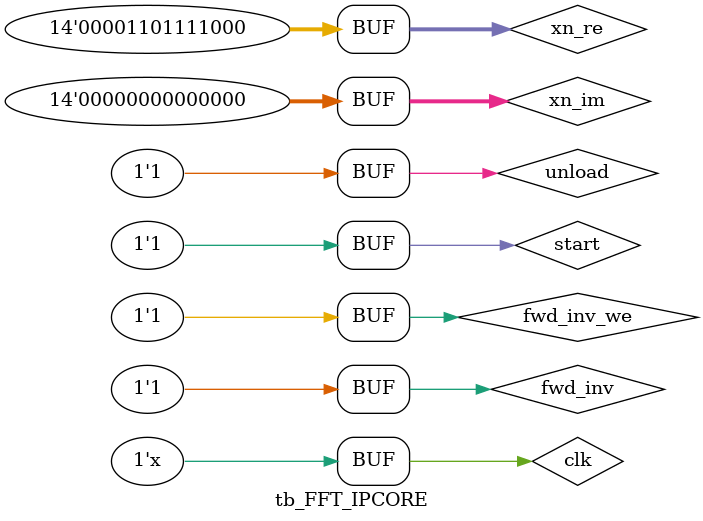
<source format=v>
`timescale 1ns / 1ps


module tb_FFT_IPCORE;

	// Inputs
	reg clk;
	reg start;
	reg unload;
	reg fwd_inv;
	reg fwd_inv_we;
	reg [13:0] xn_re;
	reg [13:0] xn_im;

	// Outputs
	wire rfd;
	wire busy;
	wire edone;
	wire done;
	wire dv;
	wire [7:0] xn_index;
	wire [7:0] xk_index;
	wire [22:0] xk_re;
	wire [22:0] xk_im;

	// Instantiate the Unit Under Test (UUT)
	FFT uut (
		.clk(clk), 
		.start(start), 
		.unload(unload), 
		.fwd_inv(fwd_inv), 
		.fwd_inv_we(fwd_inv_we), 
		.rfd(rfd), 
		.busy(busy), 
		.edone(edone), 
		.done(done), 
		.dv(dv), 
		.xn_re(xn_re), 
		.xn_im(xn_im), 
		.xn_index(xn_index), 
		.xk_index(xk_index), 
		.xk_re(xk_re), 
		.xk_im(xk_im)
	);

	initial begin
		// Initialize Inputs
		clk = 0;
		start = 0;
		unload = 0;
		fwd_inv = 0;
		fwd_inv_we = 0;
		xn_re = 0;
		xn_im = 0;

		// Wait 100 ns for global reset to finish
		#100;
        
		// Add stimulus here
      start=0;
		unload=1;
		fwd_inv=1;
		fwd_inv_we=1;
		#300;
		start=1;
		#20;
		start=0;
		#300;
		start=1;
		#20;
		start=0;
		#300;
		start=1;
		#20;
		start=0;
		#300;
		start=1;
		#20;
		start=0;
		#300;
		start=1;
		#20;
		start=0;
		#300;
		start=1;
		#20;
		start=0;
		#300;
		start=1;
		#20;
		start=0;
		#300;
		start=1;
		#20;
		start=0;
		#300;
		start=1;
		#20;
		start=0;
		#300;
		start=1;
		#20;
		start=0;
		#300;
		start=1;
		#20;
		start=0;
		#300;
		start=1;
		#20;
		start=0;
		#300;
		start=1;
		#20;
		start=0;
		#300;
		start=1;
		#20;
		start=0;
		#300;
		start=1;
		#20;
		start=0;
		#300;
		start=1;
		#20;
		start=0;
		#300;
		start=1;
		#20;
		start=0;
		#300;
		start=1;
		#20;
		start=0;
		#300;
		start=1;
		#20;
		start=0;
		#300;
		start=1;
		#20;
		start=0;
		#19000
		start=1;
		
		
	end


always #10  xn_re=14'd888;
always #10 clk=~clk; 

endmodule

/*

//----------- Begin Cut here for INSTANTIATION Template ---// INST_TAG
FFT your_instance_name (
  .clk(clk), // input clk
  .start(start), // input start
  .unload(unload), // input unload
  .xn_re(xn_re), // input [13 : 0] xn_re
  .xn_im(xn_im), // input [13 : 0] xn_im
  .fwd_inv(fwd_inv), // input fwd_inv
  .fwd_inv_we(fwd_inv_we), // input fwd_inv_we
  .rfd(rfd), // output rfd
  .xn_index(xn_index), // output [7 : 0] xn_index
  .busy(busy), // output busy
  .edone(edone), // output edone
  .done(done), // output done
  .dv(dv), // output dv
  .xk_index(xk_index), // output [7 : 0] xk_index
  .xk_re(xk_re), // output [22 : 0] xk_re
  .xk_im(xk_im) // output [22 : 0] xk_im
);
// INST_TAG_END ------ End INSTANTIATION Template ---------
*/
</source>
